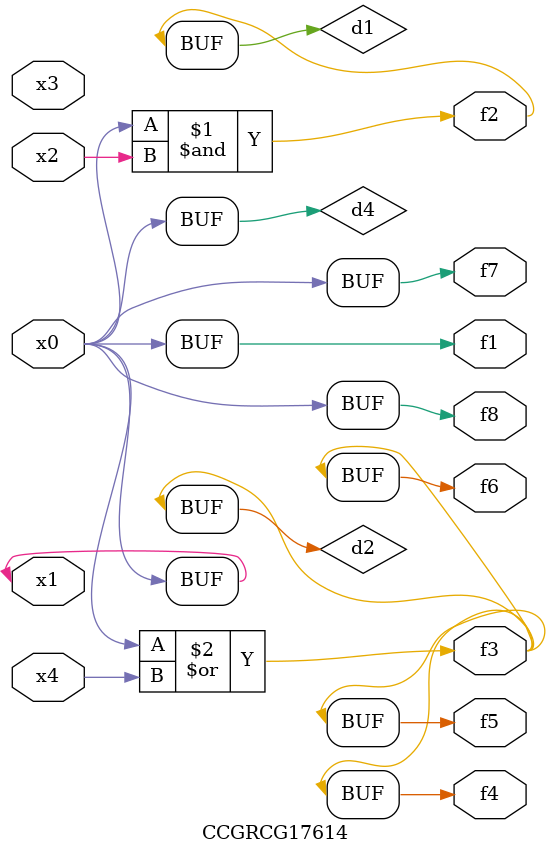
<source format=v>
module CCGRCG17614(
	input x0, x1, x2, x3, x4,
	output f1, f2, f3, f4, f5, f6, f7, f8
);

	wire d1, d2, d3, d4;

	and (d1, x0, x2);
	or (d2, x0, x4);
	nand (d3, x0, x2);
	buf (d4, x0, x1);
	assign f1 = d4;
	assign f2 = d1;
	assign f3 = d2;
	assign f4 = d2;
	assign f5 = d2;
	assign f6 = d2;
	assign f7 = d4;
	assign f8 = d4;
endmodule

</source>
